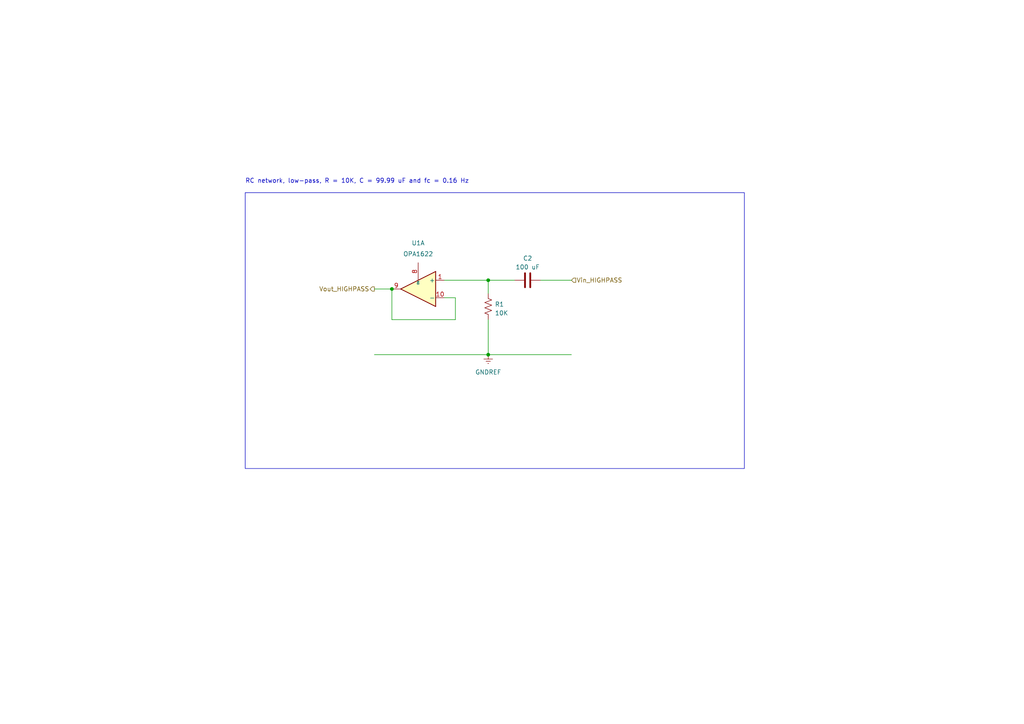
<source format=kicad_sch>
(kicad_sch (version 20230121) (generator eeschema)
  (paper "A4")
  (lib_symbols
    (symbol "Amplifier_Audio:OPA1622" (pin_names (offset 0.127))
      (property "Reference" "U" (at 3.81 6.35 0))
      (property "Value" "OPA1622" (at 3.81 3.81 0))
      (symbol "OPA1622_1_1"
        (polyline (pts (xy -5.08 5.08) (xy 5.08 0) (xy -5.08 -5.08) (xy -5.08 5.08) (xy -5.08 5.08)) (stroke (width 0.254)) (fill (type background)))
        (pin input line (at -7.62 2.54 0) (length 2.54) (name "+") (number "1"))
        (pin input line (at -7.62 -2.54 0) (length 2.54) (name "-") (number "10"))
        (pin input line (at 0 7.62 270) (length 5.08) (name "EN") (number "8"))
        (pin output line (at 7.62 0 180) (length 2.54) (name "~") (number "9"))
      )
      (symbol "OPA1622_2_1"
        (polyline (pts (xy -5.08 5.08) (xy 5.08 0) (xy -5.08 -5.08) (xy -5.08 5.08) (xy -5.08 5.08)) (stroke (width 0.254)) (fill (type background)))
        (pin input line (at -7.62 2.54 0) (length 2.54) (name "+") (number "5"))
        (pin input line (at -7.62 -2.54 0) (length 2.54) (name "-") (number "6"))
        (pin output line (at 7.62 0 180) (length 2.54) (name "~") (number "7"))
      )
      (symbol "OPA1622_3_1"
        (pin passive line (at -2.54 -7.62 90) (length 3.81) hide (name "V-") (number "11"))
        (pin power_in line (at -2.54 7.62 270) (length 3.81) (name "V+") (number "2"))
        (pin power_in line (at 0 -7.62 90) (length 5.08) (name "GND") (number "3"))
        (pin power_in line (at -2.54 -7.62 90) (length 3.81) (name "V-") (number "4"))
      )
    )
    (symbol "Device:C" (pin_numbers hide) (pin_names (offset 0.254))
      (property "Reference" "C" (at 0.635 2.54 0))
      (property "Value" "C" (at 0.635 -2.54 0))
      (symbol "C_0_1"
        (polyline (pts (xy -2.032 -0.762) (xy 2.032 -0.762)) (stroke (width 0.508)))
        (polyline (pts (xy -2.032 0.762) (xy 2.032 0.762)) (stroke (width 0.508)))
      )
      (symbol "C_1_1"
        (pin passive line (at 0 3.81 270) (length 2.794) (name "~") (number "1"))
        (pin passive line (at 0 -3.81 90) (length 2.794) (name "~") (number "2"))
      )
    )
    (symbol "Device:R_US" (pin_numbers hide) (pin_names (offset 0))
      (property "Reference" "R" (at 2.54 0 90))
      (property "Value" "R_US" (at -2.54 0 90))
      (symbol "R_US_0_1"
        (polyline (pts (xy 0 -2.286) (xy 0 -2.54)))
        (polyline (pts (xy 0 2.286) (xy 0 2.54)))
        (polyline (pts (xy 0 -0.762) (xy 1.016 -1.143) (xy 0 -1.524) (xy -1.016 -1.905) (xy 0 -2.286)))
        (polyline (pts (xy 0 0.762) (xy 1.016 0.381) (xy 0 0) (xy -1.016 -0.381) (xy 0 -0.762)))
        (polyline (pts (xy 0 2.286) (xy 1.016 1.905) (xy 0 1.524) (xy -1.016 1.143) (xy 0 0.762)))
      )
      (symbol "R_US_1_1"
        (pin passive line (at 0 3.81 270) (length 1.27) (name "~") (number "1"))
        (pin passive line (at 0 -3.81 90) (length 1.27) (name "~") (number "2"))
      )
    )
    (symbol "power:GNDREF" (power) (pin_names (offset 0))
      (property "Value" "GNDREF" (at 0 -3.81 0))
      (symbol "GNDREF_0_1"
        (polyline (pts (xy -0.635 -1.905) (xy 0.635 -1.905)))
        (polyline (pts (xy -0.127 -2.54) (xy 0.127 -2.54)))
        (polyline (pts (xy 0 -1.27) (xy 0 0)))
        (polyline (pts (xy 1.27 -1.27) (xy -1.27 -1.27)))
      )
      (symbol "GNDREF_1_1"
        (pin power_in line (at 0 0 270) (length 0) hide (name "GNDREF") (number "1"))
      )
    )
  )
  (junction (at 141.605 102.87))
  (junction (at 113.665 83.82))
  (junction (at 141.605 81.28))
  (wire (pts (xy 141.605 81.28) (xy 149.225 81.28)))
  (wire (pts (xy 141.605 102.87) (xy 165.735 102.87)))
  (wire (pts (xy 108.585 102.87) (xy 141.605 102.87)))
  (wire (pts (xy 156.845 81.28) (xy 165.735 81.28)))
  (wire (pts (xy 128.905 81.28) (xy 141.605 81.28)))
  (wire (pts (xy 132.08 86.36) (xy 132.08 92.71)))
  (wire (pts (xy 141.605 92.71) (xy 141.605 102.87)))
  (wire (pts (xy 132.08 86.36) (xy 128.905 86.36)))
  (wire (pts (xy 108.585 83.82) (xy 113.665 83.82)))
  (wire (pts (xy 113.665 92.71) (xy 113.665 83.82)))
  (wire (pts (xy 113.665 92.71) (xy 132.08 92.71)))
  (wire (pts (xy 141.605 81.28) (xy 141.605 85.09)))
  (rectangle (start 71.12 55.88) (end 215.9 135.89))
  (text "RC network, low-pass, R = 10K, C = 99.99 uF and fc = 0.16 Hz" (at 71.12 53.34 0) (effects (font (size 1.27 1.27)) (justify left bottom)))
  (hierarchical_label "Vout_HIGHPASS" (shape output) (at 108.585 83.82 180))
  (hierarchical_label "Vin_HIGHPASS" (shape input) (at 165.735 81.28 0))
  (symbol (lib_id "Device:R_US") (at 141.605 88.9 180) (unit 1)
    (property "Reference" "R1" (at 143.51 88.265 0) (effects (justify right)))
    (property "Value" "10K" (at 143.51 90.805 0) (effects (justify right)))
  )
  (symbol (lib_id "Amplifier_Audio:OPA1622") (at 121.285 83.82 0) (mirror y) (unit 1)
    (property "Reference" "U1" (at 121.285 70.485 0))
    (property "Value" "OPA1622" (at 121.285 73.66 0))
    (property "Footprint" "Package_SON:Texas_S-PVSON-N10" (effects hide))
    (property "Datasheet" "http://www.ti.com/lit/ds/symlink/opa1622.pdf" (effects hide))
  )
  (symbol (lib_id "power:GNDREF") (at 141.605 102.87 0) (unit 1)
    (property "Reference" "#PWR03" (effects hide))
    (property "Value" "GNDREF" (at 141.605 107.95 0))
  )
  (symbol (lib_id "Device:C") (at 153.035 81.28 90) (unit 1)
    (property "Reference" "C2" (at 153.035 74.93 90))
    (property "Value" "100 uF" (at 153.035 77.47 90))
  )
)
</source>
